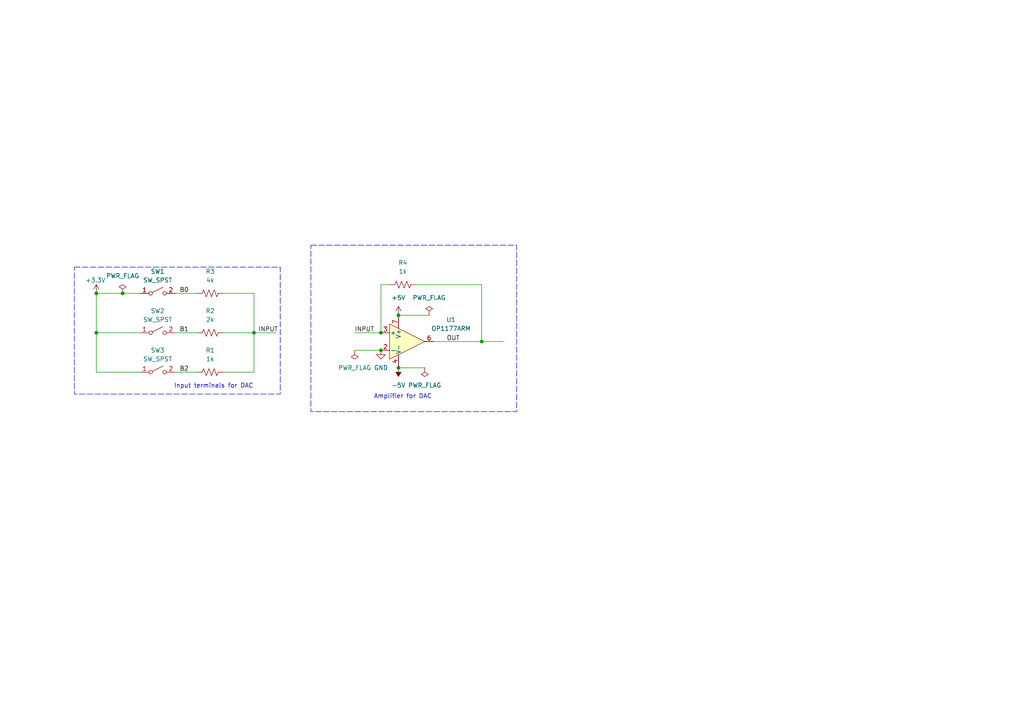
<source format=kicad_sch>
(kicad_sch
	(version 20231120)
	(generator "eeschema")
	(generator_version "8.0")
	(uuid "cf11cc7b-e488-4447-8232-d9d3c5924515")
	(paper "A4")
	(lib_symbols
		(symbol "Amplifier_Operational:OP1177ARM"
			(pin_names
				(offset 0.127)
			)
			(exclude_from_sim no)
			(in_bom yes)
			(on_board yes)
			(property "Reference" "U"
				(at 2.54 5.08 0)
				(effects
					(font
						(size 1.27 1.27)
					)
				)
			)
			(property "Value" "OP1177ARM"
				(at 7.62 2.54 0)
				(effects
					(font
						(size 1.27 1.27)
					)
				)
			)
			(property "Footprint" "Package_SO:MSOP-8_3x3mm_P0.65mm"
				(at 0 -7.62 0)
				(effects
					(font
						(size 1.27 1.27)
					)
					(hide yes)
				)
			)
			(property "Datasheet" "https://www.analog.com/media/en/technical-documentation/data-sheets/OP1177_2177_4177.pdf"
				(at 0 0 0)
				(effects
					(font
						(size 1.27 1.27)
					)
					(hide yes)
				)
			)
			(property "Description" "Precision Low Noise, Low Input Bias Current Operational Amplifier, MSOP-8"
				(at 0 0 0)
				(effects
					(font
						(size 1.27 1.27)
					)
					(hide yes)
				)
			)
			(property "ki_keywords" "single operational amplifier"
				(at 0 0 0)
				(effects
					(font
						(size 1.27 1.27)
					)
					(hide yes)
				)
			)
			(property "ki_fp_filters" "MSOP*3x3mm*P0.65mm*"
				(at 0 0 0)
				(effects
					(font
						(size 1.27 1.27)
					)
					(hide yes)
				)
			)
			(symbol "OP1177ARM_0_1"
				(polyline
					(pts
						(xy -5.08 5.08) (xy -5.08 -5.08) (xy 5.08 0) (xy -5.08 5.08)
					)
					(stroke
						(width 0)
						(type default)
					)
					(fill
						(type background)
					)
				)
			)
			(symbol "OP1177ARM_1_1"
				(pin no_connect line
					(at -5.08 0 0)
					(length 3.81) hide
					(name "NC"
						(effects
							(font
								(size 1.27 1.27)
							)
						)
					)
					(number "1"
						(effects
							(font
								(size 1.27 1.27)
							)
						)
					)
				)
				(pin input line
					(at -7.62 -2.54 0)
					(length 2.54)
					(name "-"
						(effects
							(font
								(size 1.27 1.27)
							)
						)
					)
					(number "2"
						(effects
							(font
								(size 1.27 1.27)
							)
						)
					)
				)
				(pin input line
					(at -7.62 2.54 0)
					(length 2.54)
					(name "+"
						(effects
							(font
								(size 1.27 1.27)
							)
						)
					)
					(number "3"
						(effects
							(font
								(size 1.27 1.27)
							)
						)
					)
				)
				(pin power_in line
					(at -2.54 -7.62 90)
					(length 3.81)
					(name "V-"
						(effects
							(font
								(size 1.27 1.27)
							)
						)
					)
					(number "4"
						(effects
							(font
								(size 1.27 1.27)
							)
						)
					)
				)
				(pin no_connect line
					(at 0 -2.54 90)
					(length 3.81) hide
					(name "NC"
						(effects
							(font
								(size 1.27 1.27)
							)
						)
					)
					(number "5"
						(effects
							(font
								(size 1.27 1.27)
							)
						)
					)
				)
				(pin output line
					(at 7.62 0 180)
					(length 2.54)
					(name "~"
						(effects
							(font
								(size 1.27 1.27)
							)
						)
					)
					(number "6"
						(effects
							(font
								(size 1.27 1.27)
							)
						)
					)
				)
				(pin power_in line
					(at -2.54 7.62 270)
					(length 3.81)
					(name "V+"
						(effects
							(font
								(size 1.27 1.27)
							)
						)
					)
					(number "7"
						(effects
							(font
								(size 1.27 1.27)
							)
						)
					)
				)
				(pin no_connect line
					(at 0 2.54 270)
					(length 3.81) hide
					(name "NC"
						(effects
							(font
								(size 1.27 1.27)
							)
						)
					)
					(number "8"
						(effects
							(font
								(size 1.27 1.27)
							)
						)
					)
				)
			)
		)
		(symbol "Device:R_US"
			(pin_numbers hide)
			(pin_names
				(offset 0)
			)
			(exclude_from_sim no)
			(in_bom yes)
			(on_board yes)
			(property "Reference" "R"
				(at 2.54 0 90)
				(effects
					(font
						(size 1.27 1.27)
					)
				)
			)
			(property "Value" "R_US"
				(at -2.54 0 90)
				(effects
					(font
						(size 1.27 1.27)
					)
				)
			)
			(property "Footprint" ""
				(at 1.016 -0.254 90)
				(effects
					(font
						(size 1.27 1.27)
					)
					(hide yes)
				)
			)
			(property "Datasheet" "~"
				(at 0 0 0)
				(effects
					(font
						(size 1.27 1.27)
					)
					(hide yes)
				)
			)
			(property "Description" "Resistor, US symbol"
				(at 0 0 0)
				(effects
					(font
						(size 1.27 1.27)
					)
					(hide yes)
				)
			)
			(property "ki_keywords" "R res resistor"
				(at 0 0 0)
				(effects
					(font
						(size 1.27 1.27)
					)
					(hide yes)
				)
			)
			(property "ki_fp_filters" "R_*"
				(at 0 0 0)
				(effects
					(font
						(size 1.27 1.27)
					)
					(hide yes)
				)
			)
			(symbol "R_US_0_1"
				(polyline
					(pts
						(xy 0 -2.286) (xy 0 -2.54)
					)
					(stroke
						(width 0)
						(type default)
					)
					(fill
						(type none)
					)
				)
				(polyline
					(pts
						(xy 0 2.286) (xy 0 2.54)
					)
					(stroke
						(width 0)
						(type default)
					)
					(fill
						(type none)
					)
				)
				(polyline
					(pts
						(xy 0 -0.762) (xy 1.016 -1.143) (xy 0 -1.524) (xy -1.016 -1.905) (xy 0 -2.286)
					)
					(stroke
						(width 0)
						(type default)
					)
					(fill
						(type none)
					)
				)
				(polyline
					(pts
						(xy 0 0.762) (xy 1.016 0.381) (xy 0 0) (xy -1.016 -0.381) (xy 0 -0.762)
					)
					(stroke
						(width 0)
						(type default)
					)
					(fill
						(type none)
					)
				)
				(polyline
					(pts
						(xy 0 2.286) (xy 1.016 1.905) (xy 0 1.524) (xy -1.016 1.143) (xy 0 0.762)
					)
					(stroke
						(width 0)
						(type default)
					)
					(fill
						(type none)
					)
				)
			)
			(symbol "R_US_1_1"
				(pin passive line
					(at 0 3.81 270)
					(length 1.27)
					(name "~"
						(effects
							(font
								(size 1.27 1.27)
							)
						)
					)
					(number "1"
						(effects
							(font
								(size 1.27 1.27)
							)
						)
					)
				)
				(pin passive line
					(at 0 -3.81 90)
					(length 1.27)
					(name "~"
						(effects
							(font
								(size 1.27 1.27)
							)
						)
					)
					(number "2"
						(effects
							(font
								(size 1.27 1.27)
							)
						)
					)
				)
			)
		)
		(symbol "Switch:SW_SPST"
			(pin_names
				(offset 0) hide)
			(exclude_from_sim no)
			(in_bom yes)
			(on_board yes)
			(property "Reference" "SW"
				(at 0 3.175 0)
				(effects
					(font
						(size 1.27 1.27)
					)
				)
			)
			(property "Value" "SW_SPST"
				(at 0 -2.54 0)
				(effects
					(font
						(size 1.27 1.27)
					)
				)
			)
			(property "Footprint" ""
				(at 0 0 0)
				(effects
					(font
						(size 1.27 1.27)
					)
					(hide yes)
				)
			)
			(property "Datasheet" "~"
				(at 0 0 0)
				(effects
					(font
						(size 1.27 1.27)
					)
					(hide yes)
				)
			)
			(property "Description" "Single Pole Single Throw (SPST) switch"
				(at 0 0 0)
				(effects
					(font
						(size 1.27 1.27)
					)
					(hide yes)
				)
			)
			(property "ki_keywords" "switch lever"
				(at 0 0 0)
				(effects
					(font
						(size 1.27 1.27)
					)
					(hide yes)
				)
			)
			(symbol "SW_SPST_0_0"
				(circle
					(center -2.032 0)
					(radius 0.508)
					(stroke
						(width 0)
						(type default)
					)
					(fill
						(type none)
					)
				)
				(polyline
					(pts
						(xy -1.524 0.254) (xy 1.524 1.778)
					)
					(stroke
						(width 0)
						(type default)
					)
					(fill
						(type none)
					)
				)
				(circle
					(center 2.032 0)
					(radius 0.508)
					(stroke
						(width 0)
						(type default)
					)
					(fill
						(type none)
					)
				)
			)
			(symbol "SW_SPST_1_1"
				(pin passive line
					(at -5.08 0 0)
					(length 2.54)
					(name "A"
						(effects
							(font
								(size 1.27 1.27)
							)
						)
					)
					(number "1"
						(effects
							(font
								(size 1.27 1.27)
							)
						)
					)
				)
				(pin passive line
					(at 5.08 0 180)
					(length 2.54)
					(name "B"
						(effects
							(font
								(size 1.27 1.27)
							)
						)
					)
					(number "2"
						(effects
							(font
								(size 1.27 1.27)
							)
						)
					)
				)
			)
		)
		(symbol "power:+3.3V"
			(power)
			(pin_numbers hide)
			(pin_names
				(offset 0) hide)
			(exclude_from_sim no)
			(in_bom yes)
			(on_board yes)
			(property "Reference" "#PWR"
				(at 0 -3.81 0)
				(effects
					(font
						(size 1.27 1.27)
					)
					(hide yes)
				)
			)
			(property "Value" "+3.3V"
				(at 0 3.556 0)
				(effects
					(font
						(size 1.27 1.27)
					)
				)
			)
			(property "Footprint" ""
				(at 0 0 0)
				(effects
					(font
						(size 1.27 1.27)
					)
					(hide yes)
				)
			)
			(property "Datasheet" ""
				(at 0 0 0)
				(effects
					(font
						(size 1.27 1.27)
					)
					(hide yes)
				)
			)
			(property "Description" "Power symbol creates a global label with name \"+3.3V\""
				(at 0 0 0)
				(effects
					(font
						(size 1.27 1.27)
					)
					(hide yes)
				)
			)
			(property "ki_keywords" "global power"
				(at 0 0 0)
				(effects
					(font
						(size 1.27 1.27)
					)
					(hide yes)
				)
			)
			(symbol "+3.3V_0_1"
				(polyline
					(pts
						(xy -0.762 1.27) (xy 0 2.54)
					)
					(stroke
						(width 0)
						(type default)
					)
					(fill
						(type none)
					)
				)
				(polyline
					(pts
						(xy 0 0) (xy 0 2.54)
					)
					(stroke
						(width 0)
						(type default)
					)
					(fill
						(type none)
					)
				)
				(polyline
					(pts
						(xy 0 2.54) (xy 0.762 1.27)
					)
					(stroke
						(width 0)
						(type default)
					)
					(fill
						(type none)
					)
				)
			)
			(symbol "+3.3V_1_1"
				(pin power_in line
					(at 0 0 90)
					(length 0)
					(name "~"
						(effects
							(font
								(size 1.27 1.27)
							)
						)
					)
					(number "1"
						(effects
							(font
								(size 1.27 1.27)
							)
						)
					)
				)
			)
		)
		(symbol "power:+5V"
			(power)
			(pin_numbers hide)
			(pin_names
				(offset 0) hide)
			(exclude_from_sim no)
			(in_bom yes)
			(on_board yes)
			(property "Reference" "#PWR"
				(at 0 -3.81 0)
				(effects
					(font
						(size 1.27 1.27)
					)
					(hide yes)
				)
			)
			(property "Value" "+5V"
				(at 0 3.556 0)
				(effects
					(font
						(size 1.27 1.27)
					)
				)
			)
			(property "Footprint" ""
				(at 0 0 0)
				(effects
					(font
						(size 1.27 1.27)
					)
					(hide yes)
				)
			)
			(property "Datasheet" ""
				(at 0 0 0)
				(effects
					(font
						(size 1.27 1.27)
					)
					(hide yes)
				)
			)
			(property "Description" "Power symbol creates a global label with name \"+5V\""
				(at 0 0 0)
				(effects
					(font
						(size 1.27 1.27)
					)
					(hide yes)
				)
			)
			(property "ki_keywords" "global power"
				(at 0 0 0)
				(effects
					(font
						(size 1.27 1.27)
					)
					(hide yes)
				)
			)
			(symbol "+5V_0_1"
				(polyline
					(pts
						(xy -0.762 1.27) (xy 0 2.54)
					)
					(stroke
						(width 0)
						(type default)
					)
					(fill
						(type none)
					)
				)
				(polyline
					(pts
						(xy 0 0) (xy 0 2.54)
					)
					(stroke
						(width 0)
						(type default)
					)
					(fill
						(type none)
					)
				)
				(polyline
					(pts
						(xy 0 2.54) (xy 0.762 1.27)
					)
					(stroke
						(width 0)
						(type default)
					)
					(fill
						(type none)
					)
				)
			)
			(symbol "+5V_1_1"
				(pin power_in line
					(at 0 0 90)
					(length 0)
					(name "~"
						(effects
							(font
								(size 1.27 1.27)
							)
						)
					)
					(number "1"
						(effects
							(font
								(size 1.27 1.27)
							)
						)
					)
				)
			)
		)
		(symbol "power:-5V"
			(power)
			(pin_numbers hide)
			(pin_names
				(offset 0) hide)
			(exclude_from_sim no)
			(in_bom yes)
			(on_board yes)
			(property "Reference" "#PWR"
				(at 0 -3.81 0)
				(effects
					(font
						(size 1.27 1.27)
					)
					(hide yes)
				)
			)
			(property "Value" "-5V"
				(at 0 3.556 0)
				(effects
					(font
						(size 1.27 1.27)
					)
				)
			)
			(property "Footprint" ""
				(at 0 0 0)
				(effects
					(font
						(size 1.27 1.27)
					)
					(hide yes)
				)
			)
			(property "Datasheet" ""
				(at 0 0 0)
				(effects
					(font
						(size 1.27 1.27)
					)
					(hide yes)
				)
			)
			(property "Description" "Power symbol creates a global label with name \"-5V\""
				(at 0 0 0)
				(effects
					(font
						(size 1.27 1.27)
					)
					(hide yes)
				)
			)
			(property "ki_keywords" "global power"
				(at 0 0 0)
				(effects
					(font
						(size 1.27 1.27)
					)
					(hide yes)
				)
			)
			(symbol "-5V_0_0"
				(pin power_in line
					(at 0 0 90)
					(length 0)
					(name "~"
						(effects
							(font
								(size 1.27 1.27)
							)
						)
					)
					(number "1"
						(effects
							(font
								(size 1.27 1.27)
							)
						)
					)
				)
			)
			(symbol "-5V_0_1"
				(polyline
					(pts
						(xy 0 0) (xy 0 1.27) (xy 0.762 1.27) (xy 0 2.54) (xy -0.762 1.27) (xy 0 1.27)
					)
					(stroke
						(width 0)
						(type default)
					)
					(fill
						(type outline)
					)
				)
			)
		)
		(symbol "power:GND"
			(power)
			(pin_numbers hide)
			(pin_names
				(offset 0) hide)
			(exclude_from_sim no)
			(in_bom yes)
			(on_board yes)
			(property "Reference" "#PWR"
				(at 0 -6.35 0)
				(effects
					(font
						(size 1.27 1.27)
					)
					(hide yes)
				)
			)
			(property "Value" "GND"
				(at 0 -3.81 0)
				(effects
					(font
						(size 1.27 1.27)
					)
				)
			)
			(property "Footprint" ""
				(at 0 0 0)
				(effects
					(font
						(size 1.27 1.27)
					)
					(hide yes)
				)
			)
			(property "Datasheet" ""
				(at 0 0 0)
				(effects
					(font
						(size 1.27 1.27)
					)
					(hide yes)
				)
			)
			(property "Description" "Power symbol creates a global label with name \"GND\" , ground"
				(at 0 0 0)
				(effects
					(font
						(size 1.27 1.27)
					)
					(hide yes)
				)
			)
			(property "ki_keywords" "global power"
				(at 0 0 0)
				(effects
					(font
						(size 1.27 1.27)
					)
					(hide yes)
				)
			)
			(symbol "GND_0_1"
				(polyline
					(pts
						(xy 0 0) (xy 0 -1.27) (xy 1.27 -1.27) (xy 0 -2.54) (xy -1.27 -1.27) (xy 0 -1.27)
					)
					(stroke
						(width 0)
						(type default)
					)
					(fill
						(type none)
					)
				)
			)
			(symbol "GND_1_1"
				(pin power_in line
					(at 0 0 270)
					(length 0)
					(name "~"
						(effects
							(font
								(size 1.27 1.27)
							)
						)
					)
					(number "1"
						(effects
							(font
								(size 1.27 1.27)
							)
						)
					)
				)
			)
		)
		(symbol "power:PWR_FLAG"
			(power)
			(pin_numbers hide)
			(pin_names
				(offset 0) hide)
			(exclude_from_sim no)
			(in_bom yes)
			(on_board yes)
			(property "Reference" "#FLG"
				(at 0 1.905 0)
				(effects
					(font
						(size 1.27 1.27)
					)
					(hide yes)
				)
			)
			(property "Value" "PWR_FLAG"
				(at 0 3.81 0)
				(effects
					(font
						(size 1.27 1.27)
					)
				)
			)
			(property "Footprint" ""
				(at 0 0 0)
				(effects
					(font
						(size 1.27 1.27)
					)
					(hide yes)
				)
			)
			(property "Datasheet" "~"
				(at 0 0 0)
				(effects
					(font
						(size 1.27 1.27)
					)
					(hide yes)
				)
			)
			(property "Description" "Special symbol for telling ERC where power comes from"
				(at 0 0 0)
				(effects
					(font
						(size 1.27 1.27)
					)
					(hide yes)
				)
			)
			(property "ki_keywords" "flag power"
				(at 0 0 0)
				(effects
					(font
						(size 1.27 1.27)
					)
					(hide yes)
				)
			)
			(symbol "PWR_FLAG_0_0"
				(pin power_out line
					(at 0 0 90)
					(length 0)
					(name "~"
						(effects
							(font
								(size 1.27 1.27)
							)
						)
					)
					(number "1"
						(effects
							(font
								(size 1.27 1.27)
							)
						)
					)
				)
			)
			(symbol "PWR_FLAG_0_1"
				(polyline
					(pts
						(xy 0 0) (xy 0 1.27) (xy -1.016 1.905) (xy 0 2.54) (xy 1.016 1.905) (xy 0 1.27)
					)
					(stroke
						(width 0)
						(type default)
					)
					(fill
						(type none)
					)
				)
			)
		)
	)
	(junction
		(at 27.94 85.09)
		(diameter 0)
		(color 0 0 0 0)
		(uuid "425b3934-8d98-4c4e-bd87-a035aeb9709f")
	)
	(junction
		(at 73.66 96.52)
		(diameter 0)
		(color 0 0 0 0)
		(uuid "4ab97379-409c-4fa1-ab11-a54942071b26")
	)
	(junction
		(at 110.49 101.6)
		(diameter 0)
		(color 0 0 0 0)
		(uuid "54a19b1c-68d3-4d20-88e0-d9db800ba9a8")
	)
	(junction
		(at 115.57 91.44)
		(diameter 0)
		(color 0 0 0 0)
		(uuid "59b94a4d-e937-4597-98a5-f9adc6904cf7")
	)
	(junction
		(at 35.56 85.09)
		(diameter 0)
		(color 0 0 0 0)
		(uuid "6fd07c64-5c14-4efe-984b-254573a9f415")
	)
	(junction
		(at 139.7 99.06)
		(diameter 0)
		(color 0 0 0 0)
		(uuid "92b4d011-6359-4d2b-8767-1cb504472d4c")
	)
	(junction
		(at 115.57 106.68)
		(diameter 0)
		(color 0 0 0 0)
		(uuid "993c74b7-642a-4b0a-9318-c4e45138c41f")
	)
	(junction
		(at 110.49 96.52)
		(diameter 0)
		(color 0 0 0 0)
		(uuid "e3c88e24-c837-4f1b-aa55-0aacb170da05")
	)
	(junction
		(at 27.94 96.52)
		(diameter 0)
		(color 0 0 0 0)
		(uuid "e7cbb794-e722-4e8a-8220-3201acec791a")
	)
	(wire
		(pts
			(xy 73.66 96.52) (xy 80.01 96.52)
		)
		(stroke
			(width 0)
			(type default)
		)
		(uuid "14f6a129-5416-42b9-a945-6774e5f7752f")
	)
	(wire
		(pts
			(xy 27.94 85.09) (xy 35.56 85.09)
		)
		(stroke
			(width 0)
			(type default)
		)
		(uuid "188e135b-92fc-41cd-800f-79adc0926688")
	)
	(wire
		(pts
			(xy 27.94 96.52) (xy 27.94 107.95)
		)
		(stroke
			(width 0)
			(type default)
		)
		(uuid "211f1223-0bdc-45fe-b681-0b9e4af95eec")
	)
	(wire
		(pts
			(xy 139.7 99.06) (xy 146.05 99.06)
		)
		(stroke
			(width 0)
			(type default)
		)
		(uuid "2285af9c-c023-4dc9-9998-d49a37649c56")
	)
	(wire
		(pts
			(xy 73.66 85.09) (xy 73.66 96.52)
		)
		(stroke
			(width 0)
			(type default)
		)
		(uuid "38bb86fe-de4f-4290-872c-3f3ffbe264bf")
	)
	(wire
		(pts
			(xy 120.65 82.55) (xy 139.7 82.55)
		)
		(stroke
			(width 0)
			(type default)
		)
		(uuid "43c1048c-c257-47ae-97d8-1f22b93e7222")
	)
	(wire
		(pts
			(xy 113.03 82.55) (xy 110.49 82.55)
		)
		(stroke
			(width 0)
			(type default)
		)
		(uuid "46f6fa85-2b6d-4143-9eec-9a09759ff0b0")
	)
	(wire
		(pts
			(xy 102.87 96.52) (xy 110.49 96.52)
		)
		(stroke
			(width 0)
			(type default)
		)
		(uuid "7179c1b7-6206-4e94-b997-eeda49602068")
	)
	(wire
		(pts
			(xy 115.57 91.44) (xy 124.46 91.44)
		)
		(stroke
			(width 0)
			(type default)
		)
		(uuid "78e19469-bc0c-4297-9e47-57e2a5904378")
	)
	(wire
		(pts
			(xy 115.57 106.68) (xy 123.19 106.68)
		)
		(stroke
			(width 0)
			(type default)
		)
		(uuid "8cec1c44-0a80-4860-a1fd-50f9a6e19f17")
	)
	(wire
		(pts
			(xy 139.7 82.55) (xy 139.7 99.06)
		)
		(stroke
			(width 0)
			(type default)
		)
		(uuid "9cb0a391-b60d-4d00-b0c4-8cc2c45b162f")
	)
	(wire
		(pts
			(xy 35.56 85.09) (xy 40.64 85.09)
		)
		(stroke
			(width 0)
			(type default)
		)
		(uuid "9ce03fc6-76da-4a2a-958e-531e99070211")
	)
	(wire
		(pts
			(xy 125.73 99.06) (xy 139.7 99.06)
		)
		(stroke
			(width 0)
			(type default)
		)
		(uuid "9dc7b40e-1cef-467c-9968-135766b0b629")
	)
	(wire
		(pts
			(xy 64.77 85.09) (xy 73.66 85.09)
		)
		(stroke
			(width 0)
			(type default)
		)
		(uuid "aab0fea2-e961-43e5-8e99-d62b97a62ed0")
	)
	(wire
		(pts
			(xy 50.8 85.09) (xy 57.15 85.09)
		)
		(stroke
			(width 0)
			(type default)
		)
		(uuid "acdb2a18-8a85-492f-b40d-d601c99dfe0f")
	)
	(wire
		(pts
			(xy 50.8 107.95) (xy 57.15 107.95)
		)
		(stroke
			(width 0)
			(type default)
		)
		(uuid "b023c991-e0b1-4524-a8b8-8ddfd557fa6b")
	)
	(wire
		(pts
			(xy 73.66 107.95) (xy 64.77 107.95)
		)
		(stroke
			(width 0)
			(type default)
		)
		(uuid "b25d919e-8483-4d8f-a5a2-a4f8bef6936d")
	)
	(wire
		(pts
			(xy 102.87 101.6) (xy 110.49 101.6)
		)
		(stroke
			(width 0)
			(type default)
		)
		(uuid "bc45fae9-2d94-4aa7-b346-028f595066ef")
	)
	(wire
		(pts
			(xy 110.49 82.55) (xy 110.49 96.52)
		)
		(stroke
			(width 0)
			(type default)
		)
		(uuid "c79c7302-955e-41b0-b9d0-f63a6b08f81d")
	)
	(wire
		(pts
			(xy 73.66 96.52) (xy 73.66 107.95)
		)
		(stroke
			(width 0)
			(type default)
		)
		(uuid "cde975c1-3ea7-4835-83ae-d7eaa59f03bf")
	)
	(wire
		(pts
			(xy 27.94 85.09) (xy 27.94 96.52)
		)
		(stroke
			(width 0)
			(type default)
		)
		(uuid "e850956d-6fe0-4480-ad4e-3350e8989bfd")
	)
	(wire
		(pts
			(xy 27.94 96.52) (xy 40.64 96.52)
		)
		(stroke
			(width 0)
			(type default)
		)
		(uuid "efb63a0d-d29a-4cd4-8421-0bbe38b2a8c5")
	)
	(wire
		(pts
			(xy 27.94 107.95) (xy 40.64 107.95)
		)
		(stroke
			(width 0)
			(type default)
		)
		(uuid "f3109b52-74d2-4442-aeca-b04face6db07")
	)
	(wire
		(pts
			(xy 64.77 96.52) (xy 73.66 96.52)
		)
		(stroke
			(width 0)
			(type default)
		)
		(uuid "f64ee7db-99cb-442e-93e9-5691ddf95b93")
	)
	(wire
		(pts
			(xy 50.8 96.52) (xy 57.15 96.52)
		)
		(stroke
			(width 0)
			(type default)
		)
		(uuid "f8754af5-2d28-4234-a983-80b6957ff35e")
	)
	(rectangle
		(start 90.17 71.12)
		(end 149.86 119.38)
		(stroke
			(width 0)
			(type dash)
		)
		(fill
			(type none)
		)
		(uuid 64b7e077-9b1c-445d-92e8-05b72a68a19d)
	)
	(rectangle
		(start 21.59 77.47)
		(end 81.28 114.3)
		(stroke
			(width 0)
			(type dash)
		)
		(fill
			(type none)
		)
		(uuid cccedad5-4a63-4224-a0ca-556ca4723450)
	)
	(text "Input terminals for DAC\n"
		(exclude_from_sim no)
		(at 61.976 112.014 0)
		(effects
			(font
				(size 1.27 1.27)
			)
		)
		(uuid "471bb9f0-cfaa-4237-9ec8-73541b502d9e")
	)
	(text "Amplifier for DAC"
		(exclude_from_sim no)
		(at 116.84 115.062 0)
		(effects
			(font
				(size 1.27 1.27)
			)
		)
		(uuid "fd49ee06-5563-4b3b-be7d-6f19982f8731")
	)
	(label "INPUT"
		(at 74.93 96.52 0)
		(fields_autoplaced yes)
		(effects
			(font
				(size 1.27 1.27)
			)
			(justify left bottom)
		)
		(uuid "118a9c5a-87d2-471d-a163-171de690cccf")
	)
	(label "B0"
		(at 52.07 85.09 0)
		(fields_autoplaced yes)
		(effects
			(font
				(size 1.27 1.27)
			)
			(justify left bottom)
		)
		(uuid "28544068-8143-4c25-acd0-af69a7679fc2")
	)
	(label "B1"
		(at 52.07 96.52 0)
		(fields_autoplaced yes)
		(effects
			(font
				(size 1.27 1.27)
			)
			(justify left bottom)
		)
		(uuid "5c76697f-2a08-4774-b073-28707629be4b")
	)
	(label "OUT"
		(at 129.54 99.06 0)
		(fields_autoplaced yes)
		(effects
			(font
				(size 1.27 1.27)
			)
			(justify left bottom)
		)
		(uuid "661d8ca0-c511-40c9-8c67-e54a6c81884b")
	)
	(label "INPUT"
		(at 102.87 96.52 0)
		(fields_autoplaced yes)
		(effects
			(font
				(size 1.27 1.27)
			)
			(justify left bottom)
		)
		(uuid "9ccb6d30-5722-4f21-a408-38197fdb1ea8")
	)
	(label "B2"
		(at 52.07 107.95 0)
		(fields_autoplaced yes)
		(effects
			(font
				(size 1.27 1.27)
			)
			(justify left bottom)
		)
		(uuid "c986bb27-ef24-457f-aa0e-26f24cbbfe3f")
	)
	(symbol
		(lib_id "power:PWR_FLAG")
		(at 123.19 106.68 180)
		(unit 1)
		(exclude_from_sim no)
		(in_bom yes)
		(on_board yes)
		(dnp no)
		(fields_autoplaced yes)
		(uuid "0862be8c-54c4-4f4d-a46f-e2a61cc4e70e")
		(property "Reference" "#FLG02"
			(at 123.19 108.585 0)
			(effects
				(font
					(size 1.27 1.27)
				)
				(hide yes)
			)
		)
		(property "Value" "PWR_FLAG"
			(at 123.19 111.76 0)
			(effects
				(font
					(size 1.27 1.27)
				)
			)
		)
		(property "Footprint" ""
			(at 123.19 106.68 0)
			(effects
				(font
					(size 1.27 1.27)
				)
				(hide yes)
			)
		)
		(property "Datasheet" "~"
			(at 123.19 106.68 0)
			(effects
				(font
					(size 1.27 1.27)
				)
				(hide yes)
			)
		)
		(property "Description" "Special symbol for telling ERC where power comes from"
			(at 123.19 106.68 0)
			(effects
				(font
					(size 1.27 1.27)
				)
				(hide yes)
			)
		)
		(pin "1"
			(uuid "d9252e6b-316e-4da0-823a-7fe628c4ec6f")
		)
		(instances
			(project "ADC_DAC_Converter"
				(path "/cf11cc7b-e488-4447-8232-d9d3c5924515"
					(reference "#FLG02")
					(unit 1)
				)
			)
		)
	)
	(symbol
		(lib_id "power:+3.3V")
		(at 27.94 85.09 0)
		(unit 1)
		(exclude_from_sim no)
		(in_bom yes)
		(on_board yes)
		(dnp no)
		(uuid "0bd4dcdb-4aa8-406d-9791-4ffe9b0d6c81")
		(property "Reference" "#PWR04"
			(at 27.94 88.9 0)
			(effects
				(font
					(size 1.27 1.27)
				)
				(hide yes)
			)
		)
		(property "Value" "+3.3V"
			(at 27.686 81.28 0)
			(effects
				(font
					(size 1.27 1.27)
				)
			)
		)
		(property "Footprint" ""
			(at 27.94 85.09 0)
			(effects
				(font
					(size 1.27 1.27)
				)
				(hide yes)
			)
		)
		(property "Datasheet" ""
			(at 27.94 85.09 0)
			(effects
				(font
					(size 1.27 1.27)
				)
				(hide yes)
			)
		)
		(property "Description" "Power symbol creates a global label with name \"+3.3V\""
			(at 27.94 85.09 0)
			(effects
				(font
					(size 1.27 1.27)
				)
				(hide yes)
			)
		)
		(pin "1"
			(uuid "349baf7f-95af-4103-a9e1-fe7a6d49cce4")
		)
		(instances
			(project ""
				(path "/cf11cc7b-e488-4447-8232-d9d3c5924515"
					(reference "#PWR04")
					(unit 1)
				)
			)
		)
	)
	(symbol
		(lib_id "power:+5V")
		(at 115.57 91.44 0)
		(unit 1)
		(exclude_from_sim no)
		(in_bom yes)
		(on_board yes)
		(dnp no)
		(fields_autoplaced yes)
		(uuid "0deb6d47-1aec-483d-8554-8153c0bebeea")
		(property "Reference" "#PWR03"
			(at 115.57 95.25 0)
			(effects
				(font
					(size 1.27 1.27)
				)
				(hide yes)
			)
		)
		(property "Value" "+5V"
			(at 115.57 86.36 0)
			(effects
				(font
					(size 1.27 1.27)
				)
			)
		)
		(property "Footprint" ""
			(at 115.57 91.44 0)
			(effects
				(font
					(size 1.27 1.27)
				)
				(hide yes)
			)
		)
		(property "Datasheet" ""
			(at 115.57 91.44 0)
			(effects
				(font
					(size 1.27 1.27)
				)
				(hide yes)
			)
		)
		(property "Description" "Power symbol creates a global label with name \"+5V\""
			(at 115.57 91.44 0)
			(effects
				(font
					(size 1.27 1.27)
				)
				(hide yes)
			)
		)
		(pin "1"
			(uuid "e7bf576c-426a-4dba-b509-a156bebb6f5a")
		)
		(instances
			(project ""
				(path "/cf11cc7b-e488-4447-8232-d9d3c5924515"
					(reference "#PWR03")
					(unit 1)
				)
			)
		)
	)
	(symbol
		(lib_id "power:PWR_FLAG")
		(at 124.46 91.44 0)
		(unit 1)
		(exclude_from_sim no)
		(in_bom yes)
		(on_board yes)
		(dnp no)
		(fields_autoplaced yes)
		(uuid "2f9da90a-681f-4bf4-a33f-79b4354a1a2c")
		(property "Reference" "#FLG01"
			(at 124.46 89.535 0)
			(effects
				(font
					(size 1.27 1.27)
				)
				(hide yes)
			)
		)
		(property "Value" "PWR_FLAG"
			(at 124.46 86.36 0)
			(effects
				(font
					(size 1.27 1.27)
				)
			)
		)
		(property "Footprint" ""
			(at 124.46 91.44 0)
			(effects
				(font
					(size 1.27 1.27)
				)
				(hide yes)
			)
		)
		(property "Datasheet" "~"
			(at 124.46 91.44 0)
			(effects
				(font
					(size 1.27 1.27)
				)
				(hide yes)
			)
		)
		(property "Description" "Special symbol for telling ERC where power comes from"
			(at 124.46 91.44 0)
			(effects
				(font
					(size 1.27 1.27)
				)
				(hide yes)
			)
		)
		(pin "1"
			(uuid "ba2cef07-d814-43d5-92e3-fabf43cb3ce2")
		)
		(instances
			(project ""
				(path "/cf11cc7b-e488-4447-8232-d9d3c5924515"
					(reference "#FLG01")
					(unit 1)
				)
			)
		)
	)
	(symbol
		(lib_id "power:-5V")
		(at 115.57 106.68 180)
		(unit 1)
		(exclude_from_sim no)
		(in_bom yes)
		(on_board yes)
		(dnp no)
		(fields_autoplaced yes)
		(uuid "3a207f4d-7f97-4bc7-b139-621c6ae038e0")
		(property "Reference" "#PWR02"
			(at 115.57 102.87 0)
			(effects
				(font
					(size 1.27 1.27)
				)
				(hide yes)
			)
		)
		(property "Value" "-5V"
			(at 115.57 111.76 0)
			(effects
				(font
					(size 1.27 1.27)
				)
			)
		)
		(property "Footprint" ""
			(at 115.57 106.68 0)
			(effects
				(font
					(size 1.27 1.27)
				)
				(hide yes)
			)
		)
		(property "Datasheet" ""
			(at 115.57 106.68 0)
			(effects
				(font
					(size 1.27 1.27)
				)
				(hide yes)
			)
		)
		(property "Description" "Power symbol creates a global label with name \"-5V\""
			(at 115.57 106.68 0)
			(effects
				(font
					(size 1.27 1.27)
				)
				(hide yes)
			)
		)
		(pin "1"
			(uuid "dfa427b7-e110-4a1e-b057-90078f904212")
		)
		(instances
			(project ""
				(path "/cf11cc7b-e488-4447-8232-d9d3c5924515"
					(reference "#PWR02")
					(unit 1)
				)
			)
		)
	)
	(symbol
		(lib_id "Device:R_US")
		(at 60.96 96.52 90)
		(unit 1)
		(exclude_from_sim no)
		(in_bom yes)
		(on_board yes)
		(dnp no)
		(fields_autoplaced yes)
		(uuid "40ce944d-e62d-4b10-9ac6-f3c247e94b32")
		(property "Reference" "R2"
			(at 60.96 90.17 90)
			(effects
				(font
					(size 1.27 1.27)
				)
			)
		)
		(property "Value" "2k"
			(at 60.96 92.71 90)
			(effects
				(font
					(size 1.27 1.27)
				)
			)
		)
		(property "Footprint" "Resistor_THT:R_Axial_DIN0207_L6.3mm_D2.5mm_P15.24mm_Horizontal"
			(at 61.214 95.504 90)
			(effects
				(font
					(size 1.27 1.27)
				)
				(hide yes)
			)
		)
		(property "Datasheet" "~"
			(at 60.96 96.52 0)
			(effects
				(font
					(size 1.27 1.27)
				)
				(hide yes)
			)
		)
		(property "Description" "Resistor, US symbol"
			(at 60.96 96.52 0)
			(effects
				(font
					(size 1.27 1.27)
				)
				(hide yes)
			)
		)
		(pin "1"
			(uuid "9b7d5131-d7f6-4622-8b84-e5d4c90b27f9")
		)
		(pin "2"
			(uuid "2e6e4080-be57-4a10-98e8-c081231d3fcd")
		)
		(instances
			(project "ADC_DAC_Converter"
				(path "/cf11cc7b-e488-4447-8232-d9d3c5924515"
					(reference "R2")
					(unit 1)
				)
			)
		)
	)
	(symbol
		(lib_id "Switch:SW_SPST")
		(at 45.72 107.95 0)
		(unit 1)
		(exclude_from_sim no)
		(in_bom yes)
		(on_board yes)
		(dnp no)
		(fields_autoplaced yes)
		(uuid "98678677-1b54-4928-9ecb-1d887f02f15b")
		(property "Reference" "SW3"
			(at 45.72 101.6 0)
			(effects
				(font
					(size 1.27 1.27)
				)
			)
		)
		(property "Value" "SW_SPST"
			(at 45.72 104.14 0)
			(effects
				(font
					(size 1.27 1.27)
				)
			)
		)
		(property "Footprint" ""
			(at 45.72 107.95 0)
			(effects
				(font
					(size 1.27 1.27)
				)
				(hide yes)
			)
		)
		(property "Datasheet" "~"
			(at 45.72 107.95 0)
			(effects
				(font
					(size 1.27 1.27)
				)
				(hide yes)
			)
		)
		(property "Description" "Single Pole Single Throw (SPST) switch"
			(at 45.72 107.95 0)
			(effects
				(font
					(size 1.27 1.27)
				)
				(hide yes)
			)
		)
		(pin "1"
			(uuid "7933ae5f-546f-4460-8d2f-cc6c6a9d0d8e")
		)
		(pin "2"
			(uuid "d450da8a-53ea-4b5a-86b8-f82d44e9b57f")
		)
		(instances
			(project "ADC_DAC_Converter"
				(path "/cf11cc7b-e488-4447-8232-d9d3c5924515"
					(reference "SW3")
					(unit 1)
				)
			)
		)
	)
	(symbol
		(lib_id "Amplifier_Operational:OP1177ARM")
		(at 118.11 99.06 0)
		(unit 1)
		(exclude_from_sim no)
		(in_bom yes)
		(on_board yes)
		(dnp no)
		(fields_autoplaced yes)
		(uuid "9fd8722c-3496-4c73-93c3-0285865251ab")
		(property "Reference" "U1"
			(at 130.81 92.7414 0)
			(effects
				(font
					(size 1.27 1.27)
				)
			)
		)
		(property "Value" "OP1177ARM"
			(at 130.81 95.2814 0)
			(effects
				(font
					(size 1.27 1.27)
				)
			)
		)
		(property "Footprint" "Package_SO:MSOP-8_3x3mm_P0.65mm"
			(at 118.11 106.68 0)
			(effects
				(font
					(size 1.27 1.27)
				)
				(hide yes)
			)
		)
		(property "Datasheet" "https://www.analog.com/media/en/technical-documentation/data-sheets/OP1177_2177_4177.pdf"
			(at 118.11 99.06 0)
			(effects
				(font
					(size 1.27 1.27)
				)
				(hide yes)
			)
		)
		(property "Description" "Precision Low Noise, Low Input Bias Current Operational Amplifier, MSOP-8"
			(at 118.11 99.06 0)
			(effects
				(font
					(size 1.27 1.27)
				)
				(hide yes)
			)
		)
		(pin "3"
			(uuid "26cfdda6-ac17-4876-a86b-22ec854dc429")
		)
		(pin "7"
			(uuid "189274cd-c27d-436c-bd6a-e6602f32cb1e")
		)
		(pin "8"
			(uuid "5ce43c9e-c376-4b3a-bcba-d1d18676cd16")
		)
		(pin "1"
			(uuid "7b10c391-de23-4887-8c66-99c4cc801e5e")
		)
		(pin "4"
			(uuid "afc95585-b253-4b7b-b4d2-0389d148bbc1")
		)
		(pin "6"
			(uuid "98845529-50ee-467a-9c59-1d3c92d3cf3c")
		)
		(pin "2"
			(uuid "73717b79-abd0-403d-ad4b-16706ae56318")
		)
		(pin "5"
			(uuid "694ac3b4-0f96-4819-ab28-1996ca3983e1")
		)
		(instances
			(project ""
				(path "/cf11cc7b-e488-4447-8232-d9d3c5924515"
					(reference "U1")
					(unit 1)
				)
			)
		)
	)
	(symbol
		(lib_id "Device:R_US")
		(at 116.84 82.55 90)
		(unit 1)
		(exclude_from_sim no)
		(in_bom yes)
		(on_board yes)
		(dnp no)
		(fields_autoplaced yes)
		(uuid "b855d115-8f39-437a-a9c0-bfbe0b40ed24")
		(property "Reference" "R4"
			(at 116.84 76.2 90)
			(effects
				(font
					(size 1.27 1.27)
				)
			)
		)
		(property "Value" "1k"
			(at 116.84 78.74 90)
			(effects
				(font
					(size 1.27 1.27)
				)
			)
		)
		(property "Footprint" "Resistor_THT:R_Axial_DIN0207_L6.3mm_D2.5mm_P15.24mm_Horizontal"
			(at 117.094 81.534 90)
			(effects
				(font
					(size 1.27 1.27)
				)
				(hide yes)
			)
		)
		(property "Datasheet" "~"
			(at 116.84 82.55 0)
			(effects
				(font
					(size 1.27 1.27)
				)
				(hide yes)
			)
		)
		(property "Description" "Resistor, US symbol"
			(at 116.84 82.55 0)
			(effects
				(font
					(size 1.27 1.27)
				)
				(hide yes)
			)
		)
		(pin "1"
			(uuid "61867a99-94e2-494b-9947-f60af4c53cde")
		)
		(pin "2"
			(uuid "582a6e94-486d-4325-b450-249fbb4dde59")
		)
		(instances
			(project "ADC_DAC_Converter"
				(path "/cf11cc7b-e488-4447-8232-d9d3c5924515"
					(reference "R4")
					(unit 1)
				)
			)
		)
	)
	(symbol
		(lib_id "Device:R_US")
		(at 60.96 107.95 90)
		(unit 1)
		(exclude_from_sim no)
		(in_bom yes)
		(on_board yes)
		(dnp no)
		(fields_autoplaced yes)
		(uuid "c80104d4-10ac-4389-ad12-e05e35f3e834")
		(property "Reference" "R1"
			(at 60.96 101.6 90)
			(effects
				(font
					(size 1.27 1.27)
				)
			)
		)
		(property "Value" "1k"
			(at 60.96 104.14 90)
			(effects
				(font
					(size 1.27 1.27)
				)
			)
		)
		(property "Footprint" "Resistor_THT:R_Axial_DIN0207_L6.3mm_D2.5mm_P15.24mm_Horizontal"
			(at 61.214 106.934 90)
			(effects
				(font
					(size 1.27 1.27)
				)
				(hide yes)
			)
		)
		(property "Datasheet" "~"
			(at 60.96 107.95 0)
			(effects
				(font
					(size 1.27 1.27)
				)
				(hide yes)
			)
		)
		(property "Description" "Resistor, US symbol"
			(at 60.96 107.95 0)
			(effects
				(font
					(size 1.27 1.27)
				)
				(hide yes)
			)
		)
		(pin "1"
			(uuid "51454baa-bd9a-45a9-8b9a-76113d1e5aa6")
		)
		(pin "2"
			(uuid "d9b8c1de-b4c5-47f2-a02c-4ef6d8ac2ecc")
		)
		(instances
			(project ""
				(path "/cf11cc7b-e488-4447-8232-d9d3c5924515"
					(reference "R1")
					(unit 1)
				)
			)
		)
	)
	(symbol
		(lib_id "Device:R_US")
		(at 60.96 85.09 90)
		(unit 1)
		(exclude_from_sim no)
		(in_bom yes)
		(on_board yes)
		(dnp no)
		(fields_autoplaced yes)
		(uuid "d77ee48e-b0b9-457e-8e05-cc9abe463cc0")
		(property "Reference" "R3"
			(at 60.96 78.74 90)
			(effects
				(font
					(size 1.27 1.27)
				)
			)
		)
		(property "Value" "4k"
			(at 60.96 81.28 90)
			(effects
				(font
					(size 1.27 1.27)
				)
			)
		)
		(property "Footprint" "Resistor_THT:R_Axial_DIN0207_L6.3mm_D2.5mm_P15.24mm_Horizontal"
			(at 61.214 84.074 90)
			(effects
				(font
					(size 1.27 1.27)
				)
				(hide yes)
			)
		)
		(property "Datasheet" "~"
			(at 60.96 85.09 0)
			(effects
				(font
					(size 1.27 1.27)
				)
				(hide yes)
			)
		)
		(property "Description" "Resistor, US symbol"
			(at 60.96 85.09 0)
			(effects
				(font
					(size 1.27 1.27)
				)
				(hide yes)
			)
		)
		(pin "1"
			(uuid "cbc0403b-0402-40f4-93d0-f3bdbd4e90f6")
		)
		(pin "2"
			(uuid "cc3a274d-6da1-47ce-bee0-385339a68e30")
		)
		(instances
			(project "ADC_DAC_Converter"
				(path "/cf11cc7b-e488-4447-8232-d9d3c5924515"
					(reference "R3")
					(unit 1)
				)
			)
		)
	)
	(symbol
		(lib_id "power:PWR_FLAG")
		(at 102.87 101.6 180)
		(unit 1)
		(exclude_from_sim no)
		(in_bom yes)
		(on_board yes)
		(dnp no)
		(fields_autoplaced yes)
		(uuid "d926ecd2-b9cc-4630-97a4-67ba9d4c8554")
		(property "Reference" "#FLG03"
			(at 102.87 103.505 0)
			(effects
				(font
					(size 1.27 1.27)
				)
				(hide yes)
			)
		)
		(property "Value" "PWR_FLAG"
			(at 102.87 106.68 0)
			(effects
				(font
					(size 1.27 1.27)
				)
			)
		)
		(property "Footprint" ""
			(at 102.87 101.6 0)
			(effects
				(font
					(size 1.27 1.27)
				)
				(hide yes)
			)
		)
		(property "Datasheet" "~"
			(at 102.87 101.6 0)
			(effects
				(font
					(size 1.27 1.27)
				)
				(hide yes)
			)
		)
		(property "Description" "Special symbol for telling ERC where power comes from"
			(at 102.87 101.6 0)
			(effects
				(font
					(size 1.27 1.27)
				)
				(hide yes)
			)
		)
		(pin "1"
			(uuid "0fa2db32-242d-46e4-ad58-8116d984f53b")
		)
		(instances
			(project "ADC_DAC_Converter"
				(path "/cf11cc7b-e488-4447-8232-d9d3c5924515"
					(reference "#FLG03")
					(unit 1)
				)
			)
		)
	)
	(symbol
		(lib_id "Switch:SW_SPST")
		(at 45.72 85.09 0)
		(unit 1)
		(exclude_from_sim no)
		(in_bom yes)
		(on_board yes)
		(dnp no)
		(fields_autoplaced yes)
		(uuid "eaa97a82-e4ba-4643-8986-7e234d8d0033")
		(property "Reference" "SW1"
			(at 45.72 78.74 0)
			(effects
				(font
					(size 1.27 1.27)
				)
			)
		)
		(property "Value" "SW_SPST"
			(at 45.72 81.28 0)
			(effects
				(font
					(size 1.27 1.27)
				)
			)
		)
		(property "Footprint" ""
			(at 45.72 85.09 0)
			(effects
				(font
					(size 1.27 1.27)
				)
				(hide yes)
			)
		)
		(property "Datasheet" "~"
			(at 45.72 85.09 0)
			(effects
				(font
					(size 1.27 1.27)
				)
				(hide yes)
			)
		)
		(property "Description" "Single Pole Single Throw (SPST) switch"
			(at 45.72 85.09 0)
			(effects
				(font
					(size 1.27 1.27)
				)
				(hide yes)
			)
		)
		(pin "1"
			(uuid "50c7ae7f-86bb-48a0-aa29-baedfa898f0e")
		)
		(pin "2"
			(uuid "6d94c511-1841-4a8a-a0d1-5d5c24e33fb7")
		)
		(instances
			(project ""
				(path "/cf11cc7b-e488-4447-8232-d9d3c5924515"
					(reference "SW1")
					(unit 1)
				)
			)
		)
	)
	(symbol
		(lib_id "Switch:SW_SPST")
		(at 45.72 96.52 0)
		(unit 1)
		(exclude_from_sim no)
		(in_bom yes)
		(on_board yes)
		(dnp no)
		(fields_autoplaced yes)
		(uuid "f12e6c3e-68f7-48b7-b466-7aa9100f0a5a")
		(property "Reference" "SW2"
			(at 45.72 90.17 0)
			(effects
				(font
					(size 1.27 1.27)
				)
			)
		)
		(property "Value" "SW_SPST"
			(at 45.72 92.71 0)
			(effects
				(font
					(size 1.27 1.27)
				)
			)
		)
		(property "Footprint" ""
			(at 45.72 96.52 0)
			(effects
				(font
					(size 1.27 1.27)
				)
				(hide yes)
			)
		)
		(property "Datasheet" "~"
			(at 45.72 96.52 0)
			(effects
				(font
					(size 1.27 1.27)
				)
				(hide yes)
			)
		)
		(property "Description" "Single Pole Single Throw (SPST) switch"
			(at 45.72 96.52 0)
			(effects
				(font
					(size 1.27 1.27)
				)
				(hide yes)
			)
		)
		(pin "1"
			(uuid "0aeb3c53-86cf-47a5-bd45-e84603073aef")
		)
		(pin "2"
			(uuid "7090489c-2cd6-4791-bf74-8d78d1754bee")
		)
		(instances
			(project "ADC_DAC_Converter"
				(path "/cf11cc7b-e488-4447-8232-d9d3c5924515"
					(reference "SW2")
					(unit 1)
				)
			)
		)
	)
	(symbol
		(lib_id "power:PWR_FLAG")
		(at 35.56 85.09 0)
		(unit 1)
		(exclude_from_sim no)
		(in_bom yes)
		(on_board yes)
		(dnp no)
		(fields_autoplaced yes)
		(uuid "f334b6af-efa0-4662-9174-a29d933576c3")
		(property "Reference" "#FLG04"
			(at 35.56 83.185 0)
			(effects
				(font
					(size 1.27 1.27)
				)
				(hide yes)
			)
		)
		(property "Value" "PWR_FLAG"
			(at 35.56 80.01 0)
			(effects
				(font
					(size 1.27 1.27)
				)
			)
		)
		(property "Footprint" ""
			(at 35.56 85.09 0)
			(effects
				(font
					(size 1.27 1.27)
				)
				(hide yes)
			)
		)
		(property "Datasheet" "~"
			(at 35.56 85.09 0)
			(effects
				(font
					(size 1.27 1.27)
				)
				(hide yes)
			)
		)
		(property "Description" "Special symbol for telling ERC where power comes from"
			(at 35.56 85.09 0)
			(effects
				(font
					(size 1.27 1.27)
				)
				(hide yes)
			)
		)
		(pin "1"
			(uuid "cbb32f23-abd2-49ec-a42d-0a8ff07eacde")
		)
		(instances
			(project "ADC_DAC_Converter"
				(path "/cf11cc7b-e488-4447-8232-d9d3c5924515"
					(reference "#FLG04")
					(unit 1)
				)
			)
		)
	)
	(symbol
		(lib_id "power:GND")
		(at 110.49 101.6 0)
		(unit 1)
		(exclude_from_sim no)
		(in_bom yes)
		(on_board yes)
		(dnp no)
		(fields_autoplaced yes)
		(uuid "f9dde3a1-f712-4c2f-a25c-0c32800e9f59")
		(property "Reference" "#PWR01"
			(at 110.49 107.95 0)
			(effects
				(font
					(size 1.27 1.27)
				)
				(hide yes)
			)
		)
		(property "Value" "GND"
			(at 110.49 106.68 0)
			(effects
				(font
					(size 1.27 1.27)
				)
			)
		)
		(property "Footprint" ""
			(at 110.49 101.6 0)
			(effects
				(font
					(size 1.27 1.27)
				)
				(hide yes)
			)
		)
		(property "Datasheet" ""
			(at 110.49 101.6 0)
			(effects
				(font
					(size 1.27 1.27)
				)
				(hide yes)
			)
		)
		(property "Description" "Power symbol creates a global label with name \"GND\" , ground"
			(at 110.49 101.6 0)
			(effects
				(font
					(size 1.27 1.27)
				)
				(hide yes)
			)
		)
		(pin "1"
			(uuid "feef0813-33ce-493c-a6f8-459328922e7d")
		)
		(instances
			(project ""
				(path "/cf11cc7b-e488-4447-8232-d9d3c5924515"
					(reference "#PWR01")
					(unit 1)
				)
			)
		)
	)
	(sheet_instances
		(path "/"
			(page "1")
		)
	)
)

</source>
